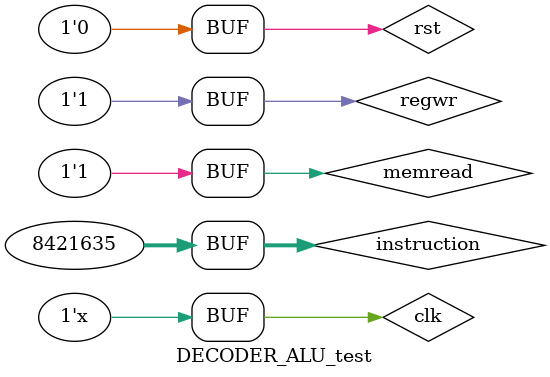
<source format=v>
`timescale 1ns / 1ps


module DECODER_ALU_test();

reg[31:0] instruction;
reg clk, rst, regwr; 
reg memread;
wire[31:0] data;
wire[31:0] regwrdata;


DECODER_ALU test(
.instruction(instruction),
.clk(clk),
.rst(rst),
.regwr(regwr),
.data(data),
.memread(memread),
.regwrdata(regwrdata)
);


initial begin
clk = 0;
rst = 1;

end
always #5 clk = ~clk;

initial begin
#5; 
rst = 0;
memread = 1;
#5 instruction = 32'b0000001000_00001_000_00010_0000011;
#5 regwr = 1;

end

endmodule
</source>
